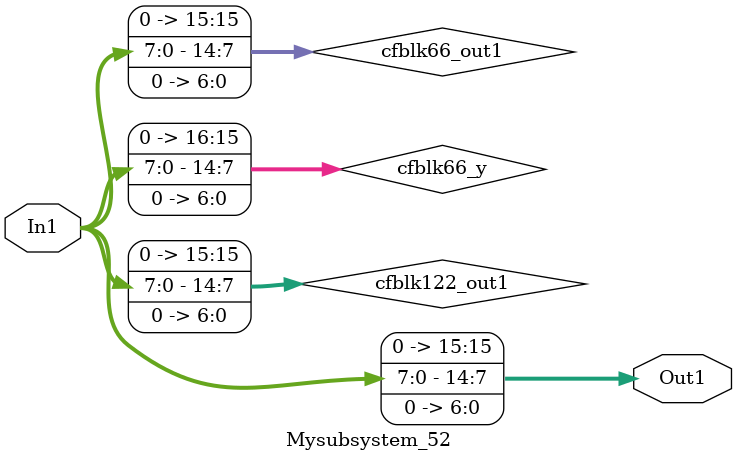
<source format=v>



`timescale 1 ns / 1 ns

module Mysubsystem_52
          (In1,
           Out1);


  input   [7:0] In1;  // uint8
  output  [15:0] Out1;  // ufix16_En7


  wire [15:0] cfblk122_out1;  // ufix16_En7
  wire [16:0] cfblk66_y;  // ufix17_En7
  wire [15:0] cfblk66_out1;  // ufix16_En7


  assign cfblk122_out1 = {1'b0, {In1, 7'b0000000}};



  assign cfblk66_y = {1'b0, cfblk122_out1};
  assign cfblk66_out1 = cfblk66_y[15:0];



  assign Out1 = cfblk66_out1;

endmodule  // Mysubsystem_52


</source>
